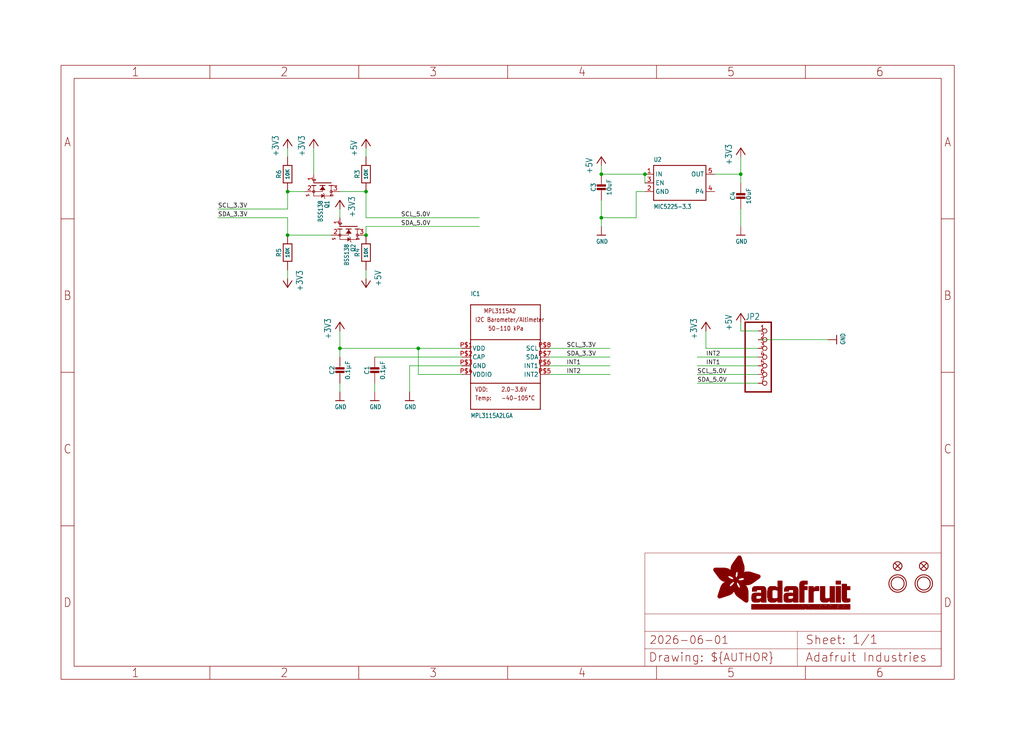
<source format=kicad_sch>
(kicad_sch (version 20230121) (generator eeschema)
  (paper "User" 298.45 217.322)
  (lib_symbols
    (symbol "working-eagle-import:+3V3" (power)
      (property "Value" "+3V3" (at -2.54 -5.08 90))
      (symbol "+3V3_1_0"
        (pin power_in line (at 0 -2.54 90) (length 2.54) (name "+3V3") (number "1"))
      )
    )
    (symbol "working-eagle-import:+5V" (power)
      (property "Value" "+5V" (at -2.54 -5.08 90))
      (symbol "+5V_1_0"
        (pin power_in line (at 0 -2.54 90) (length 2.54) (name "+5V") (number "1"))
      )
    )
    (symbol "working-eagle-import:CAP_CERAMIC0805-NOOUTLINE"
      (property "Reference" "C" (at -2.29 1.25 90))
      (symbol "CAP_CERAMIC0805-NOOUTLINE_1_0"
        (pin passive line (at 0 5.08 270) (length 2.54) (name "1") (number "1"))
        (pin passive line (at 0 -2.54 90) (length 2.54) (name "2") (number "2"))
      )
    )
    (symbol "working-eagle-import:FIDUCIAL{dblquote}{dblquote}")
    (symbol "working-eagle-import:FRAME_A4_ADAFRUIT"
      (symbol "FRAME_A4_ADAFRUIT_1_0"
        (text "${#}/${##}" (at 230.505 10.16 0) (effects (font (size 2.54 2.54)) (justify left bottom)))
        (text "${AUTHOR}" (at 189.23 5.08 0) (effects (font (size 2.286 2.286)) (justify left bottom)))
        (text "${CURRENT_DATE}" (at 171.45 10.16 0) (effects (font (size 2.286 2.286)) (justify left bottom)))
        (text "${PROJECTNAME}" (at 171.45 15.24 0) (effects (font (size 2.54 2.54)) (justify left bottom)))
        (text "1" (at 21.6958 1.905 0) (effects (font (size 2.54 2.286))))
        (text "1" (at 21.6958 177.165 0) (effects (font (size 2.54 2.286))))
        (text "2" (at 65.0875 1.905 0) (effects (font (size 2.54 2.286))))
        (text "2" (at 65.0875 177.165 0) (effects (font (size 2.54 2.286))))
        (text "3" (at 108.4792 1.905 0) (effects (font (size 2.54 2.286))))
        (text "3" (at 108.4792 177.165 0) (effects (font (size 2.54 2.286))))
        (text "4" (at 151.8708 1.905 0) (effects (font (size 2.54 2.286))))
        (text "4" (at 151.8708 177.165 0) (effects (font (size 2.54 2.286))))
        (text "5" (at 195.2625 1.905 0) (effects (font (size 2.54 2.286))))
        (text "5" (at 195.2625 177.165 0) (effects (font (size 2.54 2.286))))
        (text "6" (at 238.6542 1.905 0) (effects (font (size 2.54 2.286))))
        (text "6" (at 238.6542 177.165 0) (effects (font (size 2.54 2.286))))
        (text "A" (at 1.905 156.6863 0) (effects (font (size 2.54 2.286))))
        (text "A" (at 258.445 156.6863 0) (effects (font (size 2.54 2.286))))
        (text "Adafruit Industries" (at 216.916 4.953 0) (effects (font (size 2.54 2.54)) (justify left bottom)))
        (text "B" (at 1.905 111.9188 0) (effects (font (size 2.54 2.286))))
        (text "B" (at 258.445 111.9188 0) (effects (font (size 2.54 2.286))))
        (text "C" (at 1.905 67.1513 0) (effects (font (size 2.54 2.286))))
        (text "C" (at 258.445 67.1513 0) (effects (font (size 2.54 2.286))))
        (text "D" (at 1.905 22.3838 0) (effects (font (size 2.54 2.286))))
        (text "D" (at 258.445 22.3838 0) (effects (font (size 2.54 2.286))))
        (text "Drawing:" (at 171.196 4.953 0) (effects (font (size 2.54 2.54)) (justify left bottom)))
        (text "Sheet:" (at 216.916 10.033 0) (effects (font (size 2.54 2.54)) (justify left bottom)))
      )
    )
    (symbol "working-eagle-import:GND" (power)
      (property "Value" "GND" (at -1.524 -2.54 0))
      (symbol "GND_1_0"
        (pin power_in line (at 0 2.54 270) (length 2.54) (name "GND") (number "1"))
      )
    )
    (symbol "working-eagle-import:HEADER-1X770MIL"
      (property "Reference" "JP" (at -6.35 10.795 0))
      (symbol "HEADER-1X770MIL_1_0"
        (pin passive inverted (at -2.54 7.62 0) (length 2.54) (name "1") (number "1"))
        (pin passive inverted (at -2.54 5.08 0) (length 2.54) (name "2") (number "2"))
        (pin passive inverted (at -2.54 2.54 0) (length 2.54) (name "3") (number "3"))
        (pin passive inverted (at -2.54 0 0) (length 2.54) (name "4") (number "4"))
        (pin passive inverted (at -2.54 -2.54 0) (length 2.54) (name "5") (number "5"))
        (pin passive inverted (at -2.54 -5.08 0) (length 2.54) (name "6") (number "6"))
        (pin passive inverted (at -2.54 -7.62 0) (length 2.54) (name "7") (number "7"))
      )
    )
    (symbol "working-eagle-import:MOSFET-NWIDE"
      (property "Reference" "Q" (at 5.08 0.635 0))
      (symbol "MOSFET-NWIDE_1_0"
        (text "D" (at 3.175 3.175 0) (effects (font (size 0.8128 0.6908)) (justify left bottom)))
        (text "G" (at -1.27 -1.905 0) (effects (font (size 0.8128 0.6908)) (justify left bottom)))
        (text "S" (at 3.175 -3.81 0) (effects (font (size 0.8128 0.6908)) (justify left bottom)))
        (pin bidirectional line (at -2.54 -2.54 0) (length 2.54) (name "G") (number "1"))
        (pin bidirectional line (at 2.54 -5.08 90) (length 2.54) (name "S") (number "2"))
        (pin bidirectional line (at 2.54 5.08 270) (length 2.54) (name "D") (number "3"))
      )
    )
    (symbol "working-eagle-import:MOUNTINGHOLE2.5")
    (symbol "working-eagle-import:MPL3115A2LGA"
      (property "Reference" "IC" (at -10.16 20.32 0))
      (symbol "MPL3115A2LGA_1_0"
        (text "-40-105°C" (at -1.27 -10.16 0) (effects (font (size 1.27 1.0795)) (justify left bottom)))
        (text "2.0-3.6V" (at -1.27 -7.62 0) (effects (font (size 1.27 1.0795)) (justify left bottom)))
        (text "50-110 kPa" (at -5.08 10.16 0) (effects (font (size 1.27 1.0795)) (justify left bottom)))
        (text "I2C Barometer/Altimeter" (at -8.89 12.7 0) (effects (font (size 1.27 1.0795)) (justify left bottom)))
        (text "MPL3115A2" (at -6.35 15.24 0) (effects (font (size 1.27 1.0795)) (justify left bottom)))
        (text "Temp:" (at -8.89 -10.16 0) (effects (font (size 1.27 1.0795)) (justify left bottom)))
        (text "VDD:" (at -8.89 -7.62 0) (effects (font (size 1.27 1.0795)) (justify left bottom)))
        (pin power_in line (at -12.7 5.08 0) (length 2.54) (name "VDD") (number "P$1"))
        (pin passive line (at -12.7 2.54 0) (length 2.54) (name "CAP") (number "P$2"))
        (pin power_in line (at -12.7 0 0) (length 2.54) (name "GND") (number "P$3"))
        (pin power_in line (at -12.7 -2.54 0) (length 2.54) (name "VDDIO") (number "P$4"))
        (pin output line (at 12.7 -2.54 180) (length 2.54) (name "INT2") (number "P$5"))
        (pin output line (at 12.7 0 180) (length 2.54) (name "INT1") (number "P$6"))
        (pin bidirectional line (at 12.7 2.54 180) (length 2.54) (name "SDA") (number "P$7"))
        (pin bidirectional line (at 12.7 5.08 180) (length 2.54) (name "SCL") (number "P$8"))
      )
    )
    (symbol "working-eagle-import:RESISTOR0805_NOOUTLINE"
      (property "Reference" "R" (at 0 2.54 0))
      (symbol "RESISTOR0805_NOOUTLINE_1_0"
        (pin passive line (at -5.08 0 0) (length 2.54) (name "1") (number "1"))
        (pin passive line (at 5.08 0 180) (length 2.54) (name "2") (number "2"))
      )
    )
    (symbol "working-eagle-import:VREG_SOT23-5"
      (property "Reference" "U" (at -7.62 6.096 0))
      (symbol "VREG_SOT23-5_1_0"
        (pin power_in line (at -10.16 2.54 0) (length 2.54) (name "IN") (number "1"))
        (pin power_in line (at -10.16 -2.54 0) (length 2.54) (name "GND") (number "2"))
        (pin input line (at -10.16 0 0) (length 2.54) (name "EN") (number "3"))
        (pin bidirectional line (at 10.16 -2.54 180) (length 2.54) (name "P4") (number "4"))
        (pin power_in line (at 10.16 2.54 180) (length 2.54) (name "OUT") (number "5"))
      )
    )
  )
  (junction (at 175.26 63.5))
  (junction (at 187.96 50.8))
  (junction (at 106.68 68.58))
  (junction (at 99.06 101.6))
  (junction (at 106.68 55.88))
  (junction (at 175.26 50.8))
  (junction (at 83.82 55.88))
  (junction (at 83.82 68.58))
  (junction (at 121.92 101.6))
  (junction (at 215.9 50.8))
  (wire (pts (xy 203.2 106.68) (xy 220.98 106.68)) (stroke (width 0.1524)))
  (wire (pts (xy 63.5 63.5) (xy 83.82 63.5)) (stroke (width 0.1524)))
  (wire (pts (xy 220.98 104.14) (xy 203.2 104.14)) (stroke (width 0.1524)))
  (wire (pts (xy 215.9 96.52) (xy 220.98 96.52)) (stroke (width 0.1524)))
  (wire (pts (xy 175.26 63.5) (xy 175.26 66.04)) (stroke (width 0.1524)))
  (wire (pts (xy 160.02 106.68) (xy 177.8 106.68)) (stroke (width 0.1524)))
  (wire (pts (xy 106.68 63.5) (xy 139.7 63.5)) (stroke (width 0.1524)))
  (wire (pts (xy 215.9 60.96) (xy 215.9 66.04)) (stroke (width 0.1524)))
  (wire (pts (xy 96.52 68.58) (xy 83.82 68.58)) (stroke (width 0.1524)))
  (wire (pts (xy 99.06 60.96) (xy 99.06 63.5)) (stroke (width 0.1524)))
  (wire (pts (xy 99.06 55.88) (xy 106.68 55.88)) (stroke (width 0.1524)))
  (wire (pts (xy 134.62 106.68) (xy 119.38 106.68)) (stroke (width 0.1524)))
  (wire (pts (xy 83.82 43.18) (xy 83.82 45.72)) (stroke (width 0.1524)))
  (wire (pts (xy 83.82 55.88) (xy 88.9 55.88)) (stroke (width 0.1524)))
  (wire (pts (xy 134.62 104.14) (xy 109.22 104.14)) (stroke (width 0.1524)))
  (wire (pts (xy 208.28 50.8) (xy 215.9 50.8)) (stroke (width 0.1524)))
  (wire (pts (xy 121.92 101.6) (xy 99.06 101.6)) (stroke (width 0.1524)))
  (wire (pts (xy 187.96 53.34) (xy 187.96 50.8)) (stroke (width 0.1524)))
  (wire (pts (xy 119.38 106.68) (xy 119.38 114.3)) (stroke (width 0.1524)))
  (wire (pts (xy 106.68 81.28) (xy 106.68 78.74)) (stroke (width 0.1524)))
  (wire (pts (xy 215.9 50.8) (xy 215.9 45.72)) (stroke (width 0.1524)))
  (wire (pts (xy 83.82 68.58) (xy 83.82 63.5)) (stroke (width 0.1524)))
  (wire (pts (xy 220.98 109.22) (xy 203.2 109.22)) (stroke (width 0.1524)))
  (wire (pts (xy 106.68 43.18) (xy 106.68 45.72)) (stroke (width 0.1524)))
  (wire (pts (xy 83.82 60.96) (xy 63.5 60.96)) (stroke (width 0.1524)))
  (wire (pts (xy 175.26 48.26) (xy 175.26 50.8)) (stroke (width 0.1524)))
  (wire (pts (xy 187.96 55.88) (xy 185.42 55.88)) (stroke (width 0.1524)))
  (wire (pts (xy 106.68 66.04) (xy 139.7 66.04)) (stroke (width 0.1524)))
  (wire (pts (xy 215.9 93.98) (xy 215.9 96.52)) (stroke (width 0.1524)))
  (wire (pts (xy 205.74 101.6) (xy 205.74 96.52)) (stroke (width 0.1524)))
  (wire (pts (xy 91.44 50.8) (xy 91.44 43.18)) (stroke (width 0.1524)))
  (wire (pts (xy 160.02 101.6) (xy 177.8 101.6)) (stroke (width 0.1524)))
  (wire (pts (xy 175.26 63.5) (xy 175.26 58.42)) (stroke (width 0.1524)))
  (wire (pts (xy 83.82 81.28) (xy 83.82 78.74)) (stroke (width 0.1524)))
  (wire (pts (xy 134.62 101.6) (xy 121.92 101.6)) (stroke (width 0.1524)))
  (wire (pts (xy 99.06 101.6) (xy 99.06 104.14)) (stroke (width 0.1524)))
  (wire (pts (xy 220.98 99.06) (xy 241.3 99.06)) (stroke (width 0.1524)))
  (wire (pts (xy 99.06 111.76) (xy 99.06 114.3)) (stroke (width 0.1524)))
  (wire (pts (xy 185.42 55.88) (xy 185.42 63.5)) (stroke (width 0.1524)))
  (wire (pts (xy 220.98 111.76) (xy 203.2 111.76)) (stroke (width 0.1524)))
  (wire (pts (xy 160.02 109.22) (xy 177.8 109.22)) (stroke (width 0.1524)))
  (wire (pts (xy 160.02 104.14) (xy 177.8 104.14)) (stroke (width 0.1524)))
  (wire (pts (xy 109.22 111.76) (xy 109.22 114.3)) (stroke (width 0.1524)))
  (wire (pts (xy 99.06 96.52) (xy 99.06 101.6)) (stroke (width 0.1524)))
  (wire (pts (xy 106.68 68.58) (xy 106.68 66.04)) (stroke (width 0.1524)))
  (wire (pts (xy 83.82 60.96) (xy 83.82 55.88)) (stroke (width 0.1524)))
  (wire (pts (xy 215.9 50.8) (xy 215.9 53.34)) (stroke (width 0.1524)))
  (wire (pts (xy 187.96 50.8) (xy 175.26 50.8)) (stroke (width 0.1524)))
  (wire (pts (xy 185.42 63.5) (xy 175.26 63.5)) (stroke (width 0.1524)))
  (wire (pts (xy 220.98 101.6) (xy 205.74 101.6)) (stroke (width 0.1524)))
  (wire (pts (xy 121.92 101.6) (xy 121.92 109.22)) (stroke (width 0.1524)))
  (wire (pts (xy 134.62 109.22) (xy 121.92 109.22)) (stroke (width 0.1524)))
  (wire (pts (xy 106.68 55.88) (xy 106.68 63.5)) (stroke (width 0.1524)))
  (label "INT2" (at 165.1 109.22 0) (effects (font (size 1.2446 1.2446))))
  (label "INT2" (at 205.74 104.14 0) (effects (font (size 1.2446 1.2446))))
  (label "INT1" (at 205.74 106.68 0) (effects (font (size 1.2446 1.2446))))
  (label "SCL_5.0V" (at 116.84 63.5 0) (effects (font (size 1.2446 1.2446))))
  (label "SDA_5.0V" (at 203.2 111.76 0) (effects (font (size 1.2446 1.2446))))
  (label "SDA_5.0V" (at 116.84 66.04 0) (effects (font (size 1.2446 1.2446))))
  (label "INT1" (at 165.1 106.68 0) (effects (font (size 1.2446 1.2446))))
  (label "SDA_3.3V" (at 165.1 104.14 0) (effects (font (size 1.2446 1.2446))))
  (label "SCL_5.0V" (at 203.2 109.22 0) (effects (font (size 1.2446 1.2446))))
  (label "SDA_3.3V" (at 63.5 63.5 0) (effects (font (size 1.2446 1.2446))))
  (label "SCL_3.3V" (at 63.5 60.96 0) (effects (font (size 1.2446 1.2446))))
  (label "SCL_3.3V" (at 165.1 101.6 0) (effects (font (size 1.2446 1.2446))))
  (symbol (lib_id "working-eagle-import:CAP_CERAMIC0805-NOOUTLINE") (at 215.9 58.42 0) (unit 1)
    (property "Reference" "C4" (at 213.61 57.17 90))
    (property "Value" "10uF" (at 218.2 57.17 90))
    (property "Footprint" "working:0805-NO" (effects hide))
  )
  (symbol (lib_id "working-eagle-import:CAP_CERAMIC0805-NOOUTLINE") (at 99.06 109.22 0) (unit 1)
    (property "Reference" "C2" (at 96.77 107.97 90))
    (property "Value" "0.1µF" (at 101.36 107.97 90))
    (property "Footprint" "working:0805-NO" (effects hide))
  )
  (symbol (lib_id "working-eagle-import:FIDUCIAL{dblquote}{dblquote}") (at 269.24 165.1 0) (unit 1)
    (property "Reference" "FID1" (effects hide))
    (property "Value" "FIDUCIAL{dblquote}{dblquote}" (effects hide))
    (property "Footprint" "working:FIDUCIAL_1MM" (effects hide))
  )
  (symbol (lib_id "working-eagle-import:FIDUCIAL{dblquote}{dblquote}") (at 261.62 165.1 0) (unit 1)
    (property "Reference" "FID2" (effects hide))
    (property "Value" "FIDUCIAL{dblquote}{dblquote}" (effects hide))
    (property "Footprint" "working:FIDUCIAL_1MM" (effects hide))
  )
  (symbol (lib_id "working-eagle-import:MOUNTINGHOLE2.5") (at 261.62 170.18 0) (unit 1)
    (property "Reference" "U$9" (effects hide))
    (property "Value" "MOUNTINGHOLE2.5" (effects hide))
    (property "Footprint" "working:MOUNTINGHOLE_2.5_PLATED" (effects hide))
  )
  (symbol (lib_id "working-eagle-import:RESISTOR0805_NOOUTLINE") (at 83.82 50.8 90) (unit 1)
    (property "Reference" "R6" (at 81.28 50.8 0))
    (property "Value" "10K" (at 83.82 50.8 0) (effects (font (size 1.016 1.016) bold)))
    (property "Footprint" "working:0805-NO" (effects hide))
  )
  (symbol (lib_id "working-eagle-import:CAP_CERAMIC0805-NOOUTLINE") (at 109.22 109.22 0) (unit 1)
    (property "Reference" "C1" (at 106.93 107.97 90))
    (property "Value" "0.1µF" (at 111.52 107.97 90))
    (property "Footprint" "working:0805-NO" (effects hide))
  )
  (symbol (lib_id "working-eagle-import:+3V3") (at 99.06 58.42 0) (mirror y) (unit 1)
    (property "Reference" "#+3V3" (effects hide))
    (property "Value" "+3V3" (at 101.6 63.5 90) (effects (font (size 1.778 1.5113)) (justify left bottom)))
  )
  (symbol (lib_id "working-eagle-import:RESISTOR0805_NOOUTLINE") (at 106.68 73.66 90) (unit 1)
    (property "Reference" "R4" (at 104.14 73.66 0))
    (property "Value" "10K" (at 106.68 73.66 0) (effects (font (size 1.016 1.016) bold)))
    (property "Footprint" "working:0805-NO" (effects hide))
  )
  (symbol (lib_id "working-eagle-import:CAP_CERAMIC0805-NOOUTLINE") (at 175.26 55.88 0) (unit 1)
    (property "Reference" "C3" (at 172.97 54.63 90))
    (property "Value" "10uF" (at 177.56 54.63 90))
    (property "Footprint" "working:0805-NO" (effects hide))
  )
  (symbol (lib_id "working-eagle-import:+3V3") (at 99.06 93.98 0) (unit 1)
    (property "Reference" "#+3V1" (effects hide))
    (property "Value" "+3V3" (at 96.52 99.06 90) (effects (font (size 1.778 1.5113)) (justify left bottom)))
  )
  (symbol (lib_id "working-eagle-import:MOSFET-NWIDE") (at 93.98 53.34 270) (unit 1)
    (property "Reference" "Q1" (at 94.615 58.42 0) (effects (font (size 1.27 1.0795)) (justify left bottom)))
    (property "Value" "BSS138" (at 92.71 58.42 0) (effects (font (size 1.27 1.0795)) (justify left bottom)))
    (property "Footprint" "working:SOT23-WIDE" (effects hide))
  )
  (symbol (lib_id "working-eagle-import:GND") (at 109.22 116.84 0) (unit 1)
    (property "Reference" "#U$10" (effects hide))
    (property "Value" "GND" (at 107.696 119.38 0) (effects (font (size 1.27 1.0795)) (justify left bottom)))
  )
  (symbol (lib_id "working-eagle-import:VREG_SOT23-5") (at 198.12 53.34 0) (unit 1)
    (property "Reference" "U2" (at 190.5 47.244 0) (effects (font (size 1.27 1.0795)) (justify left bottom)))
    (property "Value" "MIC5225-3.3" (at 190.5 60.96 0) (effects (font (size 1.27 1.0795)) (justify left bottom)))
    (property "Footprint" "working:SOT23-5" (effects hide))
  )
  (symbol (lib_id "working-eagle-import:+5V") (at 215.9 91.44 0) (unit 1)
    (property "Reference" "#P+5" (effects hide))
    (property "Value" "+5V" (at 213.36 96.52 90) (effects (font (size 1.778 1.5113)) (justify left bottom)))
  )
  (symbol (lib_id "working-eagle-import:RESISTOR0805_NOOUTLINE") (at 83.82 73.66 90) (unit 1)
    (property "Reference" "R5" (at 81.28 73.66 0))
    (property "Value" "10K" (at 83.82 73.66 0) (effects (font (size 1.016 1.016) bold)))
    (property "Footprint" "working:0805-NO" (effects hide))
  )
  (symbol (lib_id "working-eagle-import:GND") (at 99.06 116.84 0) (unit 1)
    (property "Reference" "#U$11" (effects hide))
    (property "Value" "GND" (at 97.536 119.38 0) (effects (font (size 1.27 1.0795)) (justify left bottom)))
  )
  (symbol (lib_id "working-eagle-import:GND") (at 175.26 68.58 0) (unit 1)
    (property "Reference" "#U$13" (effects hide))
    (property "Value" "GND" (at 173.736 71.12 0) (effects (font (size 1.27 1.0795)) (justify left bottom)))
  )
  (symbol (lib_id "working-eagle-import:MOSFET-NWIDE") (at 101.6 66.04 270) (unit 1)
    (property "Reference" "Q2" (at 102.235 71.12 0) (effects (font (size 1.27 1.0795)) (justify left bottom)))
    (property "Value" "BSS138" (at 100.33 71.12 0) (effects (font (size 1.27 1.0795)) (justify left bottom)))
    (property "Footprint" "working:SOT23-WIDE" (effects hide))
  )
  (symbol (lib_id "working-eagle-import:+5V") (at 106.68 40.64 0) (unit 1)
    (property "Reference" "#P+1" (effects hide))
    (property "Value" "+5V" (at 104.14 45.72 90) (effects (font (size 1.778 1.5113)) (justify left bottom)))
  )
  (symbol (lib_id "working-eagle-import:FRAME_A4_ADAFRUIT") (at 17.78 198.12 0) (unit 1)
    (property "Reference" "#U$1" (effects hide))
    (property "Value" "FRAME_A4_ADAFRUIT" (effects hide))
  )
  (symbol (lib_id "working-eagle-import:+3V3") (at 83.82 40.64 0) (unit 1)
    (property "Reference" "#+3V4" (effects hide))
    (property "Value" "+3V3" (at 81.28 45.72 90) (effects (font (size 1.778 1.5113)) (justify left bottom)))
  )
  (symbol (lib_id "working-eagle-import:HEADER-1X770MIL") (at 223.52 104.14 0) (unit 1)
    (property "Reference" "JP2" (at 217.17 93.345 0) (effects (font (size 1.778 1.5113)) (justify left bottom)))
    (property "Value" "HEADER-1X770MIL" (effects hide))
    (property "Footprint" "working:1X07_ROUND_70" (effects hide))
  )
  (symbol (lib_id "working-eagle-import:MPL3115A2LGA") (at 147.32 106.68 0) (unit 1)
    (property "Reference" "IC1" (at 137.16 86.36 0) (effects (font (size 1.27 1.0795)) (justify left bottom)))
    (property "Value" "MPL3115A2LGA" (at 137.16 121.92 0) (effects (font (size 1.27 1.0795)) (justify left bottom)))
    (property "Footprint" "working:LGA8" (effects hide))
  )
  (symbol (lib_id "working-eagle-import:MOUNTINGHOLE2.5") (at 269.24 170.18 0) (unit 1)
    (property "Reference" "U$8" (effects hide))
    (property "Value" "MOUNTINGHOLE2.5" (effects hide))
    (property "Footprint" "working:MOUNTINGHOLE_2.5_PLATED" (effects hide))
  )
  (symbol (lib_id "working-eagle-import:RESISTOR0805_NOOUTLINE") (at 106.68 50.8 90) (unit 1)
    (property "Reference" "R3" (at 104.14 50.8 0))
    (property "Value" "10K" (at 106.68 50.8 0) (effects (font (size 1.016 1.016) bold)))
    (property "Footprint" "working:0805-NO" (effects hide))
  )
  (symbol (lib_id "working-eagle-import:+3V3") (at 215.9 43.18 0) (unit 1)
    (property "Reference" "#+3V6" (effects hide))
    (property "Value" "+3V3" (at 213.36 48.26 90) (effects (font (size 1.778 1.5113)) (justify left bottom)))
  )
  (symbol (lib_id "working-eagle-import:GND") (at 243.84 99.06 90) (unit 1)
    (property "Reference" "#U$4" (effects hide))
    (property "Value" "GND" (at 246.38 100.584 0) (effects (font (size 1.27 1.0795)) (justify left bottom)))
  )
  (symbol (lib_id "working-eagle-import:+3V3") (at 91.44 40.64 0) (unit 1)
    (property "Reference" "#+3V2" (effects hide))
    (property "Value" "+3V3" (at 88.9 45.72 90) (effects (font (size 1.778 1.5113)) (justify left bottom)))
  )
  (symbol (lib_id "working-eagle-import:+3V3") (at 205.74 93.98 0) (unit 1)
    (property "Reference" "#+3V7" (effects hide))
    (property "Value" "+3V3" (at 203.2 99.06 90) (effects (font (size 1.778 1.5113)) (justify left bottom)))
  )
  (symbol (lib_id "working-eagle-import:+3V3") (at 83.82 83.82 180) (unit 1)
    (property "Reference" "#+3V5" (effects hide))
    (property "Value" "+3V3" (at 86.36 78.74 90) (effects (font (size 1.778 1.5113)) (justify left bottom)))
  )
  (symbol (lib_id "working-eagle-import:+5V") (at 106.68 83.82 180) (unit 1)
    (property "Reference" "#P+3" (effects hide))
    (property "Value" "+5V" (at 109.22 78.74 90) (effects (font (size 1.778 1.5113)) (justify left bottom)))
  )
  (symbol (lib_id "working-eagle-import:GND") (at 215.9 68.58 0) (unit 1)
    (property "Reference" "#U$2" (effects hide))
    (property "Value" "GND" (at 214.376 71.12 0) (effects (font (size 1.27 1.0795)) (justify left bottom)))
  )
  (symbol (lib_id "working-eagle-import:+5V") (at 175.26 45.72 0) (unit 1)
    (property "Reference" "#P+4" (effects hide))
    (property "Value" "+5V" (at 172.72 50.8 90) (effects (font (size 1.778 1.5113)) (justify left bottom)))
  )
  (symbol (lib_id "working-eagle-import:GND") (at 119.38 116.84 0) (unit 1)
    (property "Reference" "#U$3" (effects hide))
    (property "Value" "GND" (at 117.856 119.38 0) (effects (font (size 1.27 1.0795)) (justify left bottom)))
  )
)
</source>
